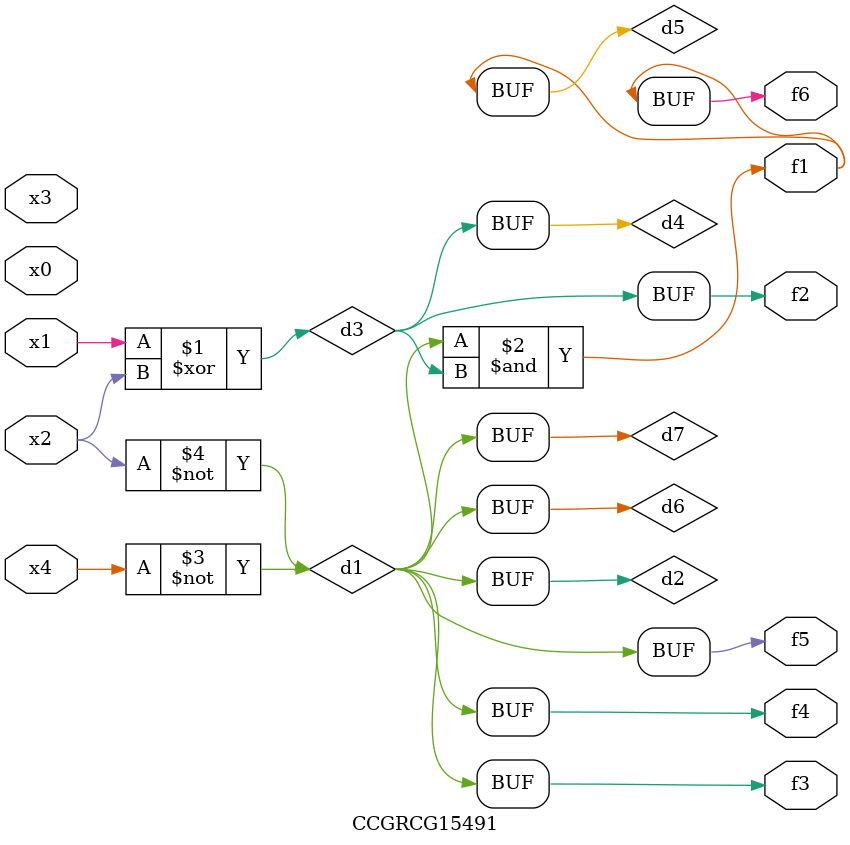
<source format=v>
module CCGRCG15491(
	input x0, x1, x2, x3, x4,
	output f1, f2, f3, f4, f5, f6
);

	wire d1, d2, d3, d4, d5, d6, d7;

	not (d1, x4);
	not (d2, x2);
	xor (d3, x1, x2);
	buf (d4, d3);
	and (d5, d1, d3);
	buf (d6, d1, d2);
	buf (d7, d2);
	assign f1 = d5;
	assign f2 = d4;
	assign f3 = d7;
	assign f4 = d7;
	assign f5 = d7;
	assign f6 = d5;
endmodule

</source>
